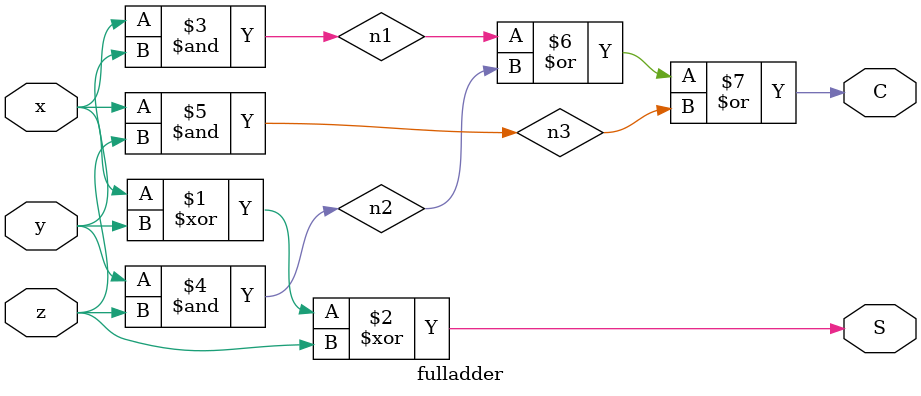
<source format=v>

module fulladder(S, C, x, y, z);
  output	S,C;
  input 	x,y,z;


xor u1(S,x,y,z); 
and u2(n1,x,y); 
and u3(n2,y,z); 
and u4(n3,x,z); 
or u5(C,n1,n2,n3);

 

endmodule





  


</source>
